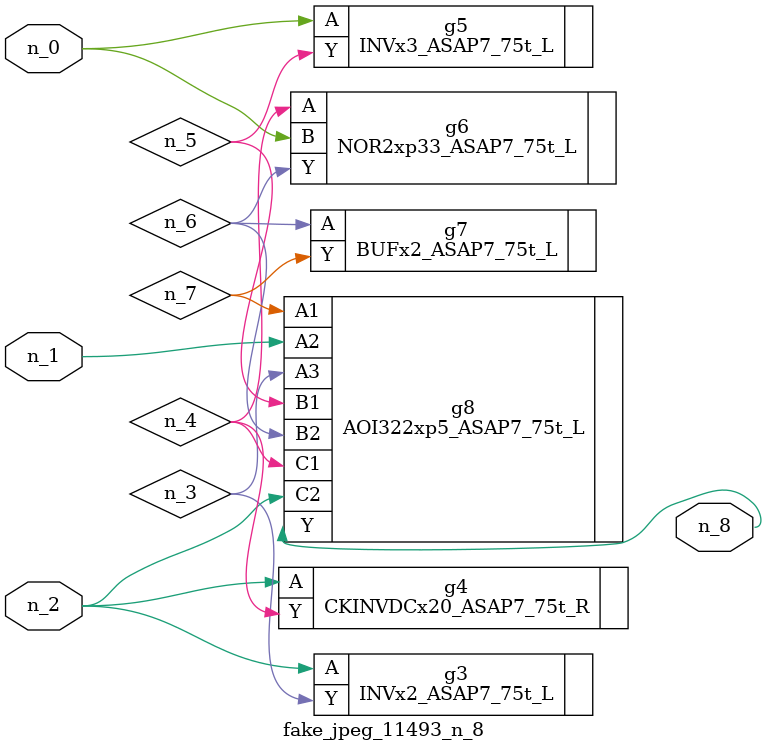
<source format=v>
module fake_jpeg_11493_n_8 (n_0, n_2, n_1, n_8);

input n_0;
input n_2;
input n_1;

output n_8;

wire n_3;
wire n_4;
wire n_6;
wire n_5;
wire n_7;

INVx2_ASAP7_75t_L g3 ( 
.A(n_2),
.Y(n_3)
);

CKINVDCx20_ASAP7_75t_R g4 ( 
.A(n_2),
.Y(n_4)
);

INVx3_ASAP7_75t_L g5 ( 
.A(n_0),
.Y(n_5)
);

NOR2xp33_ASAP7_75t_L g6 ( 
.A(n_4),
.B(n_0),
.Y(n_6)
);

BUFx2_ASAP7_75t_L g7 ( 
.A(n_6),
.Y(n_7)
);

AOI322xp5_ASAP7_75t_L g8 ( 
.A1(n_7),
.A2(n_1),
.A3(n_3),
.B1(n_5),
.B2(n_6),
.C1(n_4),
.C2(n_2),
.Y(n_8)
);


endmodule
</source>
